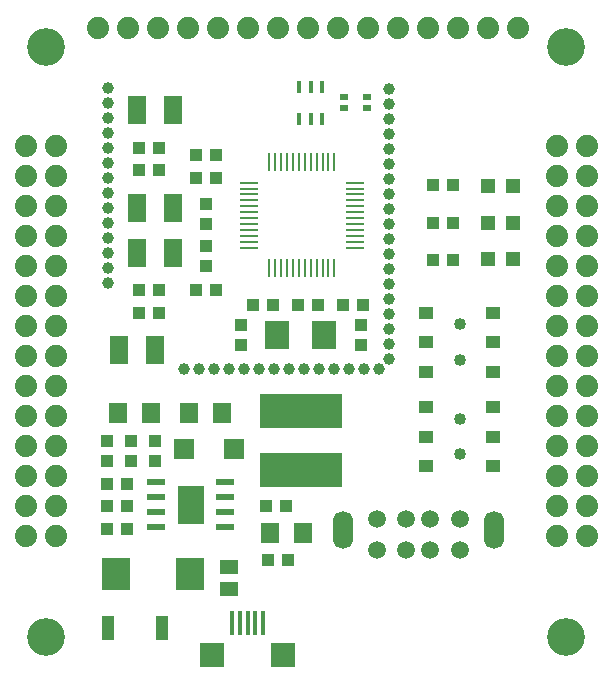
<source format=gtp>
G04 (created by PCBNEW (2013-03-19 BZR 4004)-stable) date 2015/1/14 18:16:16*
%MOIN*%
G04 Gerber Fmt 3.4, Leading zero omitted, Abs format*
%FSLAX34Y34*%
G01*
G70*
G90*
G04 APERTURE LIST*
%ADD10C,0*%
%ADD11R,0.00984252X0.0649606*%
%ADD12R,0.0649606X0.00984252*%
%ADD13R,0.275591X0.11811*%
%ADD14R,0.059X0.0511*%
%ADD15R,0.0629X0.0708*%
%ADD16R,0.015748X0.0393701*%
%ADD17R,0.016X0.0787402*%
%ADD18R,0.081X0.081*%
%ADD19C,0.126*%
%ADD20R,0.0629921X0.023622*%
%ADD21R,0.0905512X0.129921*%
%ADD22R,0.0255906X0.019685*%
%ADD23R,0.0452X0.0393*%
%ADD24C,0.04*%
%ADD25R,0.0433X0.0393*%
%ADD26R,0.0393X0.0433*%
%ADD27R,0.0472X0.0472*%
%ADD28R,0.0787402X0.0944882*%
%ADD29R,0.0944X0.1102*%
%ADD30R,0.0629X0.0944*%
%ADD31R,0.0669291X0.0669291*%
%ADD32C,0.0393701*%
%ADD33C,0.074*%
%ADD34C,0.0590551*%
%ADD35O,0.0669291X0.125984*%
%ADD36R,0.0393701X0.0787402*%
G04 APERTURE END LIST*
G54D10*
G54D11*
X39723Y-39271D03*
X39920Y-39271D03*
X40117Y-39271D03*
X40314Y-39271D03*
X40511Y-39271D03*
X40707Y-39271D03*
X40904Y-39271D03*
X41101Y-39271D03*
X41298Y-39271D03*
X41495Y-39271D03*
X41692Y-39271D03*
X41888Y-39271D03*
G54D12*
X42577Y-38582D03*
X42577Y-38385D03*
X42577Y-38188D03*
X42577Y-37992D03*
X42577Y-37795D03*
X42577Y-37598D03*
X42577Y-37401D03*
X42577Y-37204D03*
X42577Y-37007D03*
X42577Y-36811D03*
X42577Y-36614D03*
X42577Y-36417D03*
G54D11*
X41888Y-35728D03*
X41692Y-35728D03*
X41495Y-35728D03*
X41298Y-35728D03*
X41101Y-35728D03*
X40904Y-35728D03*
X40707Y-35728D03*
X40511Y-35728D03*
X40314Y-35728D03*
X40117Y-35728D03*
X39920Y-35728D03*
X39723Y-35728D03*
G54D12*
X39034Y-36417D03*
X39034Y-36614D03*
X39034Y-36811D03*
X39034Y-37007D03*
X39034Y-37204D03*
X39034Y-37401D03*
X39034Y-37598D03*
X39034Y-37795D03*
X39034Y-37992D03*
X39034Y-38188D03*
X39034Y-38385D03*
X39034Y-38582D03*
G54D13*
X40793Y-45984D03*
X40793Y-44015D03*
G54D14*
X38385Y-49980D03*
X38385Y-49232D03*
G54D15*
X34685Y-44094D03*
X35787Y-44094D03*
X38151Y-44100D03*
X37049Y-44100D03*
X39749Y-48100D03*
X40851Y-48100D03*
G54D16*
X41100Y-34283D03*
X41493Y-34283D03*
X41493Y-33220D03*
X41100Y-33220D03*
X40706Y-33220D03*
X40706Y-34283D03*
G54D17*
X38480Y-51090D03*
X38740Y-51090D03*
X39000Y-51090D03*
X39260Y-51090D03*
X39520Y-51090D03*
G54D18*
X37818Y-52150D03*
X40181Y-52150D03*
G54D19*
X49606Y-51574D03*
X49606Y-31889D03*
G54D20*
X38250Y-47900D03*
X38250Y-47400D03*
X38250Y-46900D03*
X38250Y-46400D03*
X35950Y-46400D03*
X35950Y-46900D03*
X35950Y-47400D03*
X35950Y-47900D03*
G54D21*
X37100Y-47150D03*
G54D22*
X42974Y-33572D03*
X42974Y-33927D03*
X42225Y-33927D03*
X42225Y-33572D03*
G54D23*
X44950Y-45865D03*
X44950Y-44881D03*
X44950Y-43897D03*
X47174Y-45865D03*
X47174Y-44881D03*
X47174Y-43897D03*
G54D24*
X46062Y-45472D03*
X46062Y-44290D03*
G54D25*
X35100Y-45016D03*
X35100Y-45684D03*
X37606Y-39184D03*
X37606Y-38516D03*
X34300Y-45016D03*
X34300Y-45684D03*
X37606Y-37116D03*
X37606Y-37784D03*
X35900Y-45684D03*
X35900Y-45016D03*
G54D26*
X45166Y-36500D03*
X45834Y-36500D03*
X37940Y-36250D03*
X37272Y-36250D03*
X34984Y-47200D03*
X34316Y-47200D03*
X45166Y-37750D03*
X45834Y-37750D03*
X41346Y-40500D03*
X40678Y-40500D03*
X45166Y-39000D03*
X45834Y-39000D03*
G54D27*
X47012Y-36525D03*
X47838Y-36525D03*
X47012Y-37775D03*
X47838Y-37775D03*
X47012Y-38975D03*
X47838Y-38975D03*
G54D28*
X39975Y-41500D03*
X41550Y-41500D03*
G54D29*
X37090Y-49450D03*
X34610Y-49450D03*
G54D30*
X35316Y-38750D03*
X36496Y-38750D03*
X34716Y-42000D03*
X35896Y-42000D03*
X35316Y-37250D03*
X36496Y-37250D03*
X35316Y-34000D03*
X36496Y-34000D03*
G54D26*
X38762Y-41834D03*
X38762Y-41166D03*
X42762Y-41834D03*
X42762Y-41166D03*
G54D25*
X35372Y-36000D03*
X36040Y-36000D03*
X39666Y-49000D03*
X40334Y-49000D03*
X39172Y-40500D03*
X39840Y-40500D03*
X34316Y-46450D03*
X34984Y-46450D03*
X42178Y-40500D03*
X42846Y-40500D03*
X37272Y-40000D03*
X37940Y-40000D03*
X37272Y-35500D03*
X37940Y-35500D03*
X40284Y-47200D03*
X39616Y-47200D03*
X35372Y-40750D03*
X36040Y-40750D03*
X35372Y-40000D03*
X36040Y-40000D03*
X35372Y-35250D03*
X36040Y-35250D03*
X34316Y-47950D03*
X34984Y-47950D03*
G54D31*
X36891Y-45300D03*
X38544Y-45300D03*
G54D32*
X34346Y-33260D03*
X34346Y-33760D03*
X34346Y-34260D03*
X34346Y-34760D03*
X34346Y-35260D03*
X34346Y-35760D03*
X34346Y-36260D03*
X34346Y-36760D03*
X34346Y-37260D03*
X34346Y-37760D03*
X34346Y-38260D03*
X34346Y-38760D03*
X34346Y-39260D03*
X34346Y-39760D03*
X43372Y-42640D03*
X42872Y-42640D03*
X42372Y-42640D03*
X41872Y-42640D03*
X41372Y-42640D03*
X40872Y-42640D03*
X40372Y-42640D03*
X39872Y-42640D03*
X39372Y-42640D03*
X38872Y-42640D03*
X38372Y-42640D03*
X37872Y-42640D03*
X37372Y-42640D03*
X36872Y-42640D03*
X43722Y-33290D03*
X43722Y-33790D03*
X43722Y-34290D03*
X43722Y-34790D03*
X43722Y-35290D03*
X43722Y-35790D03*
X43722Y-36290D03*
X43722Y-36790D03*
X43722Y-37290D03*
X43722Y-37790D03*
X43722Y-38290D03*
X43722Y-38790D03*
X43722Y-39290D03*
X43722Y-39790D03*
X43722Y-40290D03*
X43722Y-40790D03*
X43722Y-41290D03*
X43722Y-41790D03*
X43722Y-42290D03*
G54D23*
X44950Y-42716D03*
X44950Y-41732D03*
X44950Y-40748D03*
X47174Y-42716D03*
X47174Y-41732D03*
X47174Y-40748D03*
G54D24*
X46062Y-42323D03*
X46062Y-41141D03*
G54D19*
X32283Y-31889D03*
X32283Y-51574D03*
G54D33*
X37000Y-31250D03*
X38000Y-31250D03*
X39000Y-31250D03*
X40000Y-31250D03*
X41000Y-31250D03*
X42000Y-31250D03*
X43000Y-31250D03*
X44000Y-31250D03*
X45000Y-31250D03*
X46000Y-31250D03*
X47000Y-31250D03*
X48000Y-31250D03*
G54D34*
X44291Y-48661D03*
X45078Y-48661D03*
X44291Y-47637D03*
X45078Y-47637D03*
X43307Y-47637D03*
X43307Y-48661D03*
X46062Y-47637D03*
X46062Y-48661D03*
G54D35*
X42165Y-47992D03*
X47204Y-47992D03*
G54D33*
X49300Y-41200D03*
X50300Y-41200D03*
X49300Y-42200D03*
X50300Y-42200D03*
X49300Y-43200D03*
X50300Y-43200D03*
X49300Y-44200D03*
X50300Y-44200D03*
X49300Y-45200D03*
X50300Y-45200D03*
X49300Y-46200D03*
X50300Y-46200D03*
X49300Y-47200D03*
X50300Y-47200D03*
X49300Y-48200D03*
X50300Y-48200D03*
G54D36*
X36155Y-51250D03*
X34344Y-51250D03*
G54D33*
X31600Y-35200D03*
X32600Y-35200D03*
X31600Y-36200D03*
X32600Y-36200D03*
X31600Y-37200D03*
X32600Y-37200D03*
X31600Y-38200D03*
X32600Y-38200D03*
X31600Y-39200D03*
X32600Y-39200D03*
X31600Y-40200D03*
X32600Y-40200D03*
X31600Y-41200D03*
X32600Y-41200D03*
X32600Y-48200D03*
X31600Y-48200D03*
X32600Y-47200D03*
X31600Y-47200D03*
X32600Y-46200D03*
X31600Y-46200D03*
X32600Y-45200D03*
X31600Y-45200D03*
X32600Y-44200D03*
X31600Y-44200D03*
X32600Y-43200D03*
X31600Y-43200D03*
X32600Y-42200D03*
X31600Y-42200D03*
X49300Y-35200D03*
X50300Y-35200D03*
X49300Y-36200D03*
X50300Y-36200D03*
X49300Y-37200D03*
X50300Y-37200D03*
X49300Y-38200D03*
X50300Y-38200D03*
X49300Y-39200D03*
X50300Y-39200D03*
X49300Y-40200D03*
X50300Y-40200D03*
X34000Y-31250D03*
X35000Y-31250D03*
X36000Y-31250D03*
M02*

</source>
